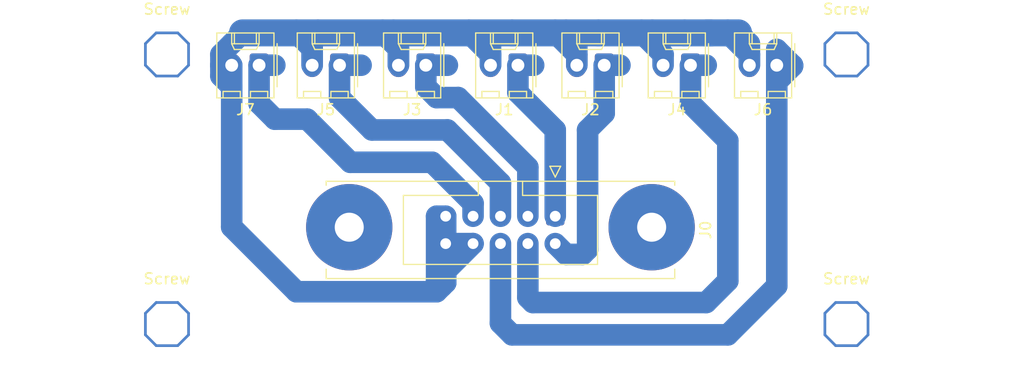
<source format=kicad_pcb>
(kicad_pcb (version 20171130) (host pcbnew 5.1.9)

  (general
    (thickness 1.6)
    (drawings 6)
    (tracks 156)
    (zones 0)
    (modules 12)
    (nets 9)
  )

  (page A4)
  (layers
    (0 F.Cu signal)
    (31 B.Cu signal)
    (32 B.Adhes user)
    (33 F.Adhes user)
    (34 B.Paste user)
    (35 F.Paste user)
    (36 B.SilkS user)
    (37 F.SilkS user)
    (38 B.Mask user)
    (39 F.Mask user)
    (40 Dwgs.User user)
    (41 Cmts.User user)
    (42 Eco1.User user)
    (43 Eco2.User user)
    (44 Edge.Cuts user)
    (45 Margin user)
    (46 B.CrtYd user)
    (47 F.CrtYd user)
    (48 B.Fab user)
    (49 F.Fab user)
  )

  (setup
    (last_trace_width 0.25)
    (user_trace_width 1.5)
    (user_trace_width 2)
    (user_trace_width 2.5)
    (trace_clearance 0.2)
    (zone_clearance 0.508)
    (zone_45_only no)
    (trace_min 0.2)
    (via_size 0.8)
    (via_drill 0.4)
    (via_min_size 0.4)
    (via_min_drill 0.3)
    (uvia_size 0.3)
    (uvia_drill 0.1)
    (uvias_allowed no)
    (uvia_min_size 0.2)
    (uvia_min_drill 0.1)
    (edge_width 0.05)
    (segment_width 0.2)
    (pcb_text_width 0.3)
    (pcb_text_size 1.5 1.5)
    (mod_edge_width 0.12)
    (mod_text_size 1 1)
    (mod_text_width 0.15)
    (pad_size 1.524 1.524)
    (pad_drill 0.762)
    (pad_to_mask_clearance 0)
    (aux_axis_origin 0 0)
    (visible_elements FFFFFF7F)
    (pcbplotparams
      (layerselection 0x00840_fffffffe)
      (usegerberextensions false)
      (usegerberattributes true)
      (usegerberadvancedattributes true)
      (creategerberjobfile true)
      (excludeedgelayer true)
      (linewidth 0.100000)
      (plotframeref false)
      (viasonmask false)
      (mode 1)
      (useauxorigin false)
      (hpglpennumber 1)
      (hpglpenspeed 20)
      (hpglpendiameter 15.000000)
      (psnegative false)
      (psa4output false)
      (plotreference true)
      (plotvalue true)
      (plotinvisibletext false)
      (padsonsilk false)
      (subtractmaskfromsilk false)
      (outputformat 1)
      (mirror false)
      (drillshape 0)
      (scaleselection 1)
      (outputdirectory "Gerber/"))
  )

  (net 0 "")
  (net 1 /SEG_D)
  (net 2 /SEG_C)
  (net 3 /SEG_E)
  (net 4 /SEG_B)
  (net 5 /SEG_F)
  (net 6 /SEG_A)
  (net 7 /SEG_G)
  (net 8 /+12V)

  (net_class Default "This is the default net class."
    (clearance 0.2)
    (trace_width 0.25)
    (via_dia 0.8)
    (via_drill 0.4)
    (uvia_dia 0.3)
    (uvia_drill 0.1)
    (add_net /+12V)
    (add_net /SEG_A)
    (add_net /SEG_B)
    (add_net /SEG_C)
    (add_net /SEG_D)
    (add_net /SEG_E)
    (add_net /SEG_F)
    (add_net /SEG_G)
  )

  (module MountingHole:MountingHole_3.2mm_M3 (layer F.Cu) (tedit 56D1B4CB) (tstamp 60C255E7)
    (at 190 86)
    (descr "Mounting Hole 3.2mm, no annular, M3")
    (tags "mounting hole 3.2mm no annular m3")
    (attr virtual)
    (fp_text reference Screw (at 0 -4.2) (layer F.SilkS)
      (effects (font (size 1 1) (thickness 0.15)))
    )
    (fp_text value MountingHole_3.2mm_M3 (at 2 5) (layer F.Fab)
      (effects (font (size 1 1) (thickness 0.15)))
    )
    (fp_circle (center 0 0) (end 3.2 0) (layer Cmts.User) (width 0.15))
    (fp_circle (center 0 0) (end 3.45 0) (layer F.CrtYd) (width 0.05))
    (fp_text user %R (at 0.3 0) (layer F.Fab)
      (effects (font (size 1 1) (thickness 0.15)))
    )
    (pad 1 np_thru_hole circle (at 0 0) (size 3.2 3.2) (drill 3.2) (layers *.Cu *.Mask))
  )

  (module MountingHole:MountingHole_3.2mm_M3 (layer F.Cu) (tedit 56D1B4CB) (tstamp 60C25589)
    (at 190 61)
    (descr "Mounting Hole 3.2mm, no annular, M3")
    (tags "mounting hole 3.2mm no annular m3")
    (attr virtual)
    (fp_text reference Screw (at 0 -4.2) (layer F.SilkS)
      (effects (font (size 1 1) (thickness 0.15)))
    )
    (fp_text value MountingHole_3.2mm_M3 (at 7 4.2) (layer F.Fab)
      (effects (font (size 1 1) (thickness 0.15)))
    )
    (fp_circle (center 0 0) (end 3.2 0) (layer Cmts.User) (width 0.15))
    (fp_circle (center 0 0) (end 3.45 0) (layer F.CrtYd) (width 0.05))
    (fp_text user %R (at 0.3 0) (layer F.Fab)
      (effects (font (size 1 1) (thickness 0.15)))
    )
    (pad 1 np_thru_hole circle (at 0 0) (size 3.2 3.2) (drill 3.2) (layers *.Cu *.Mask))
  )

  (module MountingHole:MountingHole_3.2mm_M3 (layer F.Cu) (tedit 56D1B4CB) (tstamp 60C2561B)
    (at 127 86)
    (descr "Mounting Hole 3.2mm, no annular, M3")
    (tags "mounting hole 3.2mm no annular m3")
    (attr virtual)
    (fp_text reference Screw (at 0 -4.2) (layer F.SilkS)
      (effects (font (size 1 1) (thickness 0.15)))
    )
    (fp_text value MountingHole_3.2mm_M3 (at 2 5) (layer F.Fab)
      (effects (font (size 1 1) (thickness 0.15)))
    )
    (fp_circle (center 0 0) (end 3.2 0) (layer Cmts.User) (width 0.15))
    (fp_circle (center 0 0) (end 3.45 0) (layer F.CrtYd) (width 0.05))
    (fp_text user %R (at 0.3 0) (layer F.Fab)
      (effects (font (size 1 1) (thickness 0.15)))
    )
    (pad 1 np_thru_hole circle (at 0 0) (size 3.2 3.2) (drill 3.2) (layers *.Cu *.Mask))
  )

  (module MountingHole:MountingHole_3.2mm_M3 (layer F.Cu) (tedit 56D1B4CB) (tstamp 60C25565)
    (at 127 61)
    (descr "Mounting Hole 3.2mm, no annular, M3")
    (tags "mounting hole 3.2mm no annular m3")
    (attr virtual)
    (fp_text reference Screw (at 0 -4.2) (layer F.SilkS)
      (effects (font (size 1 1) (thickness 0.15)))
    )
    (fp_text value MountingHole_3.2mm_M3 (at -6 4.2) (layer F.Fab)
      (effects (font (size 1 1) (thickness 0.15)))
    )
    (fp_circle (center 0 0) (end 3.2 0) (layer Cmts.User) (width 0.15))
    (fp_circle (center 0 0) (end 3.45 0) (layer F.CrtYd) (width 0.05))
    (fp_text user %R (at 0.3 0) (layer F.Fab)
      (effects (font (size 1 1) (thickness 0.15)))
    )
    (pad 1 np_thru_hole circle (at 0 0) (size 3.2 3.2) (drill 3.2) (layers *.Cu *.Mask))
  )

  (module Connector_IDC:IDC-Header_2x05-1MP_P2.54mm_Latch_Vertical (layer F.Cu) (tedit 5EAC9A05) (tstamp 5FB7AC14)
    (at 163 76 270)
    (descr "Through hole IDC header, 2x05, 2.54mm pitch, DIN 41651 / IEC 60603-13, double rows latches, mounting holes, https://docs.google.com/spreadsheets/d/16SsEcesNF15N3Lb4niX7dcUr-NY5_MFPQhobNuNppn4/edit#gid=0")
    (tags "Through hole vertical IDC header THT 2x05 2.54mm double row")
    (path /5FC01017)
    (fp_text reference J0 (at 1.27 -13.94 90) (layer F.SilkS)
      (effects (font (size 1 1) (thickness 0.15)))
    )
    (fp_text value 7SEG_12V (at 1.27 24.1 90) (layer F.Fab)
      (effects (font (size 1 1) (thickness 0.15)))
    )
    (fp_line (start -3.13 -9.97) (end -2.13 -10.97) (layer F.Fab) (width 0.1))
    (fp_line (start -2.13 -10.97) (end 5.67 -10.97) (layer F.Fab) (width 0.1))
    (fp_line (start 5.67 -10.97) (end 5.67 21.13) (layer F.Fab) (width 0.1))
    (fp_line (start 5.67 21.13) (end -3.13 21.13) (layer F.Fab) (width 0.1))
    (fp_line (start -3.13 21.13) (end -3.13 -9.97) (layer F.Fab) (width 0.1))
    (fp_line (start -3.13 3.03) (end -1.93 3.03) (layer F.Fab) (width 0.1))
    (fp_line (start -1.93 3.03) (end -1.93 -3.92) (layer F.Fab) (width 0.1))
    (fp_line (start -1.93 -3.92) (end 4.47 -3.92) (layer F.Fab) (width 0.1))
    (fp_line (start 4.47 -3.92) (end 4.47 14.08) (layer F.Fab) (width 0.1))
    (fp_line (start 4.47 14.08) (end -1.93 14.08) (layer F.Fab) (width 0.1))
    (fp_line (start -1.93 14.08) (end -1.93 7.13) (layer F.Fab) (width 0.1))
    (fp_line (start -1.93 7.13) (end -1.93 7.13) (layer F.Fab) (width 0.1))
    (fp_line (start -1.93 7.13) (end -3.13 7.13) (layer F.Fab) (width 0.1))
    (fp_line (start 4.91 -11.08) (end 5.78 -11.08) (layer F.SilkS) (width 0.12))
    (fp_line (start 5.78 -11.08) (end 5.78 21.24) (layer F.SilkS) (width 0.12))
    (fp_line (start 5.78 21.24) (end 4.91 21.24) (layer F.SilkS) (width 0.12))
    (fp_line (start -2.87 -11.08) (end -3.24 -11.08) (layer F.SilkS) (width 0.12))
    (fp_line (start -3.24 -11.08) (end -3.24 21.24) (layer F.SilkS) (width 0.12))
    (fp_line (start -3.24 21.24) (end -2.87 21.24) (layer F.SilkS) (width 0.12))
    (fp_line (start -3.24 3.03) (end -1.93 3.03) (layer F.SilkS) (width 0.12))
    (fp_line (start -1.93 3.03) (end -1.93 -3.92) (layer F.SilkS) (width 0.12))
    (fp_line (start -1.93 -3.92) (end 4.47 -3.92) (layer F.SilkS) (width 0.12))
    (fp_line (start 4.47 -3.92) (end 4.47 14.08) (layer F.SilkS) (width 0.12))
    (fp_line (start 4.47 14.08) (end -1.93 14.08) (layer F.SilkS) (width 0.12))
    (fp_line (start -1.93 14.08) (end -1.93 7.13) (layer F.SilkS) (width 0.12))
    (fp_line (start -1.93 7.13) (end -1.93 7.13) (layer F.SilkS) (width 0.12))
    (fp_line (start -1.93 7.13) (end -3.24 7.13) (layer F.SilkS) (width 0.12))
    (fp_line (start -3.63 0) (end -4.63 -0.5) (layer F.SilkS) (width 0.12))
    (fp_line (start -4.63 -0.5) (end -4.63 0.5) (layer F.SilkS) (width 0.12))
    (fp_line (start -4.63 0.5) (end -3.63 0) (layer F.SilkS) (width 0.12))
    (fp_line (start -3.63 -13.44) (end -3.63 23.6) (layer F.CrtYd) (width 0.05))
    (fp_line (start -3.63 23.6) (end 6.17 23.6) (layer F.CrtYd) (width 0.05))
    (fp_line (start 6.17 23.6) (end 6.17 -13.44) (layer F.CrtYd) (width 0.05))
    (fp_line (start 6.17 -13.44) (end -3.63 -13.44) (layer F.CrtYd) (width 0.05))
    (fp_text user %R (at 1.27 5.08) (layer F.Fab)
      (effects (font (size 1 1) (thickness 0.15)))
    )
    (pad MP thru_hole circle (at 1.02 19.1 270) (size 8 8) (drill 2.69) (layers *.Cu *.Mask))
    (pad MP thru_hole circle (at 1.02 -8.94 270) (size 8 8) (drill 2.69) (layers *.Cu *.Mask))
    (pad 10 thru_hole circle (at 2.54 10.16 270) (size 1.7 1.7) (drill 1) (layers *.Cu *.Mask)
      (net 8 /+12V))
    (pad 8 thru_hole circle (at 2.54 7.62 270) (size 1.7 1.7) (drill 1) (layers *.Cu *.Mask)
      (net 8 /+12V))
    (pad 6 thru_hole circle (at 2.54 5.08 270) (size 1.7 1.7) (drill 1) (layers *.Cu *.Mask)
      (net 6 /SEG_A))
    (pad 4 thru_hole circle (at 2.54 2.54 270) (size 1.7 1.7) (drill 1) (layers *.Cu *.Mask)
      (net 4 /SEG_B))
    (pad 2 thru_hole circle (at 2.54 0 270) (size 1.7 1.7) (drill 1) (layers *.Cu *.Mask)
      (net 2 /SEG_C))
    (pad 9 thru_hole circle (at 0 10.16 270) (size 1.7 1.7) (drill 1) (layers *.Cu *.Mask)
      (net 8 /+12V))
    (pad 7 thru_hole circle (at 0 7.62 270) (size 1.7 1.7) (drill 1) (layers *.Cu *.Mask)
      (net 7 /SEG_G))
    (pad 5 thru_hole circle (at 0 5.08 270) (size 1.7 1.7) (drill 1) (layers *.Cu *.Mask)
      (net 5 /SEG_F))
    (pad 3 thru_hole circle (at 0 2.54 270) (size 1.7 1.7) (drill 1) (layers *.Cu *.Mask)
      (net 3 /SEG_E))
    (pad 1 thru_hole roundrect (at 0 0 270) (size 1.7 1.7) (drill 1) (layers *.Cu *.Mask) (roundrect_rratio 0.1470588235294118)
      (net 1 /SEG_D))
    (model ${KISYS3DMOD}/Connector_IDC.3dshapes/IDC-Header_2x05-1MP_P2.54mm_Latch_Vertical.wrl
      (at (xyz 0 0 0))
      (scale (xyz 1 1 1))
      (rotate (xyz 0 0 0))
    )
  )

  (module Connector_Molex:Molex_KK-254_AE-6410-02A_1x02_P2.54mm_Vertical (layer F.Cu) (tedit 5EA53D3B) (tstamp 60C246D7)
    (at 135.54 62 180)
    (descr "Molex KK-254 Interconnect System, old/engineering part number: AE-6410-02A example for new part number: 22-27-2021, 2 Pins (http://www.molex.com/pdm_docs/sd/022272021_sd.pdf), generated with kicad-footprint-generator")
    (tags "connector Molex KK-254 vertical")
    (path /5FB972F8)
    (fp_text reference J7 (at 1.27 -4.12) (layer F.SilkS)
      (effects (font (size 1 1) (thickness 0.15)))
    )
    (fp_text value Conn_G (at 1.27 4.08) (layer F.Fab)
      (effects (font (size 1 1) (thickness 0.15)))
    )
    (fp_line (start -1.27 -2.92) (end -1.27 2.88) (layer F.Fab) (width 0.1))
    (fp_line (start -1.27 2.88) (end 3.81 2.88) (layer F.Fab) (width 0.1))
    (fp_line (start 3.81 2.88) (end 3.81 -2.92) (layer F.Fab) (width 0.1))
    (fp_line (start 3.81 -2.92) (end -1.27 -2.92) (layer F.Fab) (width 0.1))
    (fp_line (start -1.38 -3.03) (end -1.38 2.99) (layer F.SilkS) (width 0.12))
    (fp_line (start -1.38 2.99) (end 3.92 2.99) (layer F.SilkS) (width 0.12))
    (fp_line (start 3.92 2.99) (end 3.92 -3.03) (layer F.SilkS) (width 0.12))
    (fp_line (start 3.92 -3.03) (end -1.38 -3.03) (layer F.SilkS) (width 0.12))
    (fp_line (start -1.67 -2) (end -1.67 2) (layer F.SilkS) (width 0.12))
    (fp_line (start -1.27 -0.5) (end -0.562893 0) (layer F.Fab) (width 0.1))
    (fp_line (start -0.562893 0) (end -1.27 0.5) (layer F.Fab) (width 0.1))
    (fp_line (start 0 2.99) (end 0 1.99) (layer F.SilkS) (width 0.12))
    (fp_line (start 0 1.99) (end 2.54 1.99) (layer F.SilkS) (width 0.12))
    (fp_line (start 2.54 1.99) (end 2.54 2.99) (layer F.SilkS) (width 0.12))
    (fp_line (start 0 1.99) (end 0.25 1.46) (layer F.SilkS) (width 0.12))
    (fp_line (start 0.25 1.46) (end 2.29 1.46) (layer F.SilkS) (width 0.12))
    (fp_line (start 2.29 1.46) (end 2.54 1.99) (layer F.SilkS) (width 0.12))
    (fp_line (start 0.25 2.99) (end 0.25 1.99) (layer F.SilkS) (width 0.12))
    (fp_line (start 2.29 2.99) (end 2.29 1.99) (layer F.SilkS) (width 0.12))
    (fp_line (start -0.8 -3.03) (end -0.8 -2.43) (layer F.SilkS) (width 0.12))
    (fp_line (start -0.8 -2.43) (end 0.8 -2.43) (layer F.SilkS) (width 0.12))
    (fp_line (start 0.8 -2.43) (end 0.8 -3.03) (layer F.SilkS) (width 0.12))
    (fp_line (start 1.74 -3.03) (end 1.74 -2.43) (layer F.SilkS) (width 0.12))
    (fp_line (start 1.74 -2.43) (end 3.34 -2.43) (layer F.SilkS) (width 0.12))
    (fp_line (start 3.34 -2.43) (end 3.34 -3.03) (layer F.SilkS) (width 0.12))
    (fp_line (start -1.77 -3.42) (end -1.77 3.38) (layer F.CrtYd) (width 0.05))
    (fp_line (start -1.77 3.38) (end 4.31 3.38) (layer F.CrtYd) (width 0.05))
    (fp_line (start 4.31 3.38) (end 4.31 -3.42) (layer F.CrtYd) (width 0.05))
    (fp_line (start 4.31 -3.42) (end -1.77 -3.42) (layer F.CrtYd) (width 0.05))
    (fp_text user %R (at 1.27 -2.22) (layer F.Fab)
      (effects (font (size 1 1) (thickness 0.15)))
    )
    (pad 2 thru_hole oval (at 2.54 0 180) (size 1.74 2.19) (drill 1.19) (layers *.Cu *.Mask)
      (net 8 /+12V))
    (pad 1 thru_hole roundrect (at 0 0 180) (size 1.74 2.19) (drill 1.19) (layers *.Cu *.Mask) (roundrect_rratio 0.1436775862068966)
      (net 7 /SEG_G))
    (model ${KISYS3DMOD}/Connector_Molex.3dshapes/Molex_KK-254_AE-6410-02A_1x02_P2.54mm_Vertical.wrl
      (at (xyz 0 0 0))
      (scale (xyz 1 1 1))
      (rotate (xyz 0 0 0))
    )
  )

  (module Connector_Molex:Molex_KK-254_AE-6410-02A_1x02_P2.54mm_Vertical (layer F.Cu) (tedit 5EA53D3B) (tstamp 60C24533)
    (at 183.54 62 180)
    (descr "Molex KK-254 Interconnect System, old/engineering part number: AE-6410-02A example for new part number: 22-27-2021, 2 Pins (http://www.molex.com/pdm_docs/sd/022272021_sd.pdf), generated with kicad-footprint-generator")
    (tags "connector Molex KK-254 vertical")
    (path /5FB9655A)
    (fp_text reference J6 (at 1.27 -4.12) (layer F.SilkS)
      (effects (font (size 1 1) (thickness 0.15)))
    )
    (fp_text value Conn_A (at 1.27 4.08) (layer F.Fab)
      (effects (font (size 1 1) (thickness 0.15)))
    )
    (fp_line (start -1.27 -2.92) (end -1.27 2.88) (layer F.Fab) (width 0.1))
    (fp_line (start -1.27 2.88) (end 3.81 2.88) (layer F.Fab) (width 0.1))
    (fp_line (start 3.81 2.88) (end 3.81 -2.92) (layer F.Fab) (width 0.1))
    (fp_line (start 3.81 -2.92) (end -1.27 -2.92) (layer F.Fab) (width 0.1))
    (fp_line (start -1.38 -3.03) (end -1.38 2.99) (layer F.SilkS) (width 0.12))
    (fp_line (start -1.38 2.99) (end 3.92 2.99) (layer F.SilkS) (width 0.12))
    (fp_line (start 3.92 2.99) (end 3.92 -3.03) (layer F.SilkS) (width 0.12))
    (fp_line (start 3.92 -3.03) (end -1.38 -3.03) (layer F.SilkS) (width 0.12))
    (fp_line (start -1.67 -2) (end -1.67 2) (layer F.SilkS) (width 0.12))
    (fp_line (start -1.27 -0.5) (end -0.562893 0) (layer F.Fab) (width 0.1))
    (fp_line (start -0.562893 0) (end -1.27 0.5) (layer F.Fab) (width 0.1))
    (fp_line (start 0 2.99) (end 0 1.99) (layer F.SilkS) (width 0.12))
    (fp_line (start 0 1.99) (end 2.54 1.99) (layer F.SilkS) (width 0.12))
    (fp_line (start 2.54 1.99) (end 2.54 2.99) (layer F.SilkS) (width 0.12))
    (fp_line (start 0 1.99) (end 0.25 1.46) (layer F.SilkS) (width 0.12))
    (fp_line (start 0.25 1.46) (end 2.29 1.46) (layer F.SilkS) (width 0.12))
    (fp_line (start 2.29 1.46) (end 2.54 1.99) (layer F.SilkS) (width 0.12))
    (fp_line (start 0.25 2.99) (end 0.25 1.99) (layer F.SilkS) (width 0.12))
    (fp_line (start 2.29 2.99) (end 2.29 1.99) (layer F.SilkS) (width 0.12))
    (fp_line (start -0.8 -3.03) (end -0.8 -2.43) (layer F.SilkS) (width 0.12))
    (fp_line (start -0.8 -2.43) (end 0.8 -2.43) (layer F.SilkS) (width 0.12))
    (fp_line (start 0.8 -2.43) (end 0.8 -3.03) (layer F.SilkS) (width 0.12))
    (fp_line (start 1.74 -3.03) (end 1.74 -2.43) (layer F.SilkS) (width 0.12))
    (fp_line (start 1.74 -2.43) (end 3.34 -2.43) (layer F.SilkS) (width 0.12))
    (fp_line (start 3.34 -2.43) (end 3.34 -3.03) (layer F.SilkS) (width 0.12))
    (fp_line (start -1.77 -3.42) (end -1.77 3.38) (layer F.CrtYd) (width 0.05))
    (fp_line (start -1.77 3.38) (end 4.31 3.38) (layer F.CrtYd) (width 0.05))
    (fp_line (start 4.31 3.38) (end 4.31 -3.42) (layer F.CrtYd) (width 0.05))
    (fp_line (start 4.31 -3.42) (end -1.77 -3.42) (layer F.CrtYd) (width 0.05))
    (fp_text user %R (at 1.27 -2.22) (layer F.Fab)
      (effects (font (size 1 1) (thickness 0.15)))
    )
    (pad 2 thru_hole oval (at 2.54 0 180) (size 1.74 2.19) (drill 1.19) (layers *.Cu *.Mask)
      (net 8 /+12V))
    (pad 1 thru_hole roundrect (at 0 0 180) (size 1.74 2.19) (drill 1.19) (layers *.Cu *.Mask) (roundrect_rratio 0.1436775862068966)
      (net 6 /SEG_A))
    (model ${KISYS3DMOD}/Connector_Molex.3dshapes/Molex_KK-254_AE-6410-02A_1x02_P2.54mm_Vertical.wrl
      (at (xyz 0 0 0))
      (scale (xyz 1 1 1))
      (rotate (xyz 0 0 0))
    )
  )

  (module Connector_Molex:Molex_KK-254_AE-6410-02A_1x02_P2.54mm_Vertical (layer F.Cu) (tedit 5EA53D3B) (tstamp 60C244C7)
    (at 143 62 180)
    (descr "Molex KK-254 Interconnect System, old/engineering part number: AE-6410-02A example for new part number: 22-27-2021, 2 Pins (http://www.molex.com/pdm_docs/sd/022272021_sd.pdf), generated with kicad-footprint-generator")
    (tags "connector Molex KK-254 vertical")
    (path /5FB95496)
    (fp_text reference J5 (at 1.27 -4.12) (layer F.SilkS)
      (effects (font (size 1 1) (thickness 0.15)))
    )
    (fp_text value Conn_F (at 1.27 4.08) (layer F.Fab)
      (effects (font (size 1 1) (thickness 0.15)))
    )
    (fp_line (start -1.27 -2.92) (end -1.27 2.88) (layer F.Fab) (width 0.1))
    (fp_line (start -1.27 2.88) (end 3.81 2.88) (layer F.Fab) (width 0.1))
    (fp_line (start 3.81 2.88) (end 3.81 -2.92) (layer F.Fab) (width 0.1))
    (fp_line (start 3.81 -2.92) (end -1.27 -2.92) (layer F.Fab) (width 0.1))
    (fp_line (start -1.38 -3.03) (end -1.38 2.99) (layer F.SilkS) (width 0.12))
    (fp_line (start -1.38 2.99) (end 3.92 2.99) (layer F.SilkS) (width 0.12))
    (fp_line (start 3.92 2.99) (end 3.92 -3.03) (layer F.SilkS) (width 0.12))
    (fp_line (start 3.92 -3.03) (end -1.38 -3.03) (layer F.SilkS) (width 0.12))
    (fp_line (start -1.67 -2) (end -1.67 2) (layer F.SilkS) (width 0.12))
    (fp_line (start -1.27 -0.5) (end -0.562893 0) (layer F.Fab) (width 0.1))
    (fp_line (start -0.562893 0) (end -1.27 0.5) (layer F.Fab) (width 0.1))
    (fp_line (start 0 2.99) (end 0 1.99) (layer F.SilkS) (width 0.12))
    (fp_line (start 0 1.99) (end 2.54 1.99) (layer F.SilkS) (width 0.12))
    (fp_line (start 2.54 1.99) (end 2.54 2.99) (layer F.SilkS) (width 0.12))
    (fp_line (start 0 1.99) (end 0.25 1.46) (layer F.SilkS) (width 0.12))
    (fp_line (start 0.25 1.46) (end 2.29 1.46) (layer F.SilkS) (width 0.12))
    (fp_line (start 2.29 1.46) (end 2.54 1.99) (layer F.SilkS) (width 0.12))
    (fp_line (start 0.25 2.99) (end 0.25 1.99) (layer F.SilkS) (width 0.12))
    (fp_line (start 2.29 2.99) (end 2.29 1.99) (layer F.SilkS) (width 0.12))
    (fp_line (start -0.8 -3.03) (end -0.8 -2.43) (layer F.SilkS) (width 0.12))
    (fp_line (start -0.8 -2.43) (end 0.8 -2.43) (layer F.SilkS) (width 0.12))
    (fp_line (start 0.8 -2.43) (end 0.8 -3.03) (layer F.SilkS) (width 0.12))
    (fp_line (start 1.74 -3.03) (end 1.74 -2.43) (layer F.SilkS) (width 0.12))
    (fp_line (start 1.74 -2.43) (end 3.34 -2.43) (layer F.SilkS) (width 0.12))
    (fp_line (start 3.34 -2.43) (end 3.34 -3.03) (layer F.SilkS) (width 0.12))
    (fp_line (start -1.77 -3.42) (end -1.77 3.38) (layer F.CrtYd) (width 0.05))
    (fp_line (start -1.77 3.38) (end 4.31 3.38) (layer F.CrtYd) (width 0.05))
    (fp_line (start 4.31 3.38) (end 4.31 -3.42) (layer F.CrtYd) (width 0.05))
    (fp_line (start 4.31 -3.42) (end -1.77 -3.42) (layer F.CrtYd) (width 0.05))
    (fp_text user %R (at 1.27 -2.22) (layer F.Fab)
      (effects (font (size 1 1) (thickness 0.15)))
    )
    (pad 2 thru_hole oval (at 2.54 0 180) (size 1.74 2.19) (drill 1.19) (layers *.Cu *.Mask)
      (net 8 /+12V))
    (pad 1 thru_hole roundrect (at 0 0 180) (size 1.74 2.19) (drill 1.19) (layers *.Cu *.Mask) (roundrect_rratio 0.1436775862068966)
      (net 5 /SEG_F))
    (model ${KISYS3DMOD}/Connector_Molex.3dshapes/Molex_KK-254_AE-6410-02A_1x02_P2.54mm_Vertical.wrl
      (at (xyz 0 0 0))
      (scale (xyz 1 1 1))
      (rotate (xyz 0 0 0))
    )
  )

  (module Connector_Molex:Molex_KK-254_AE-6410-02A_1x02_P2.54mm_Vertical (layer F.Cu) (tedit 5EA53D3B) (tstamp 60C2459C)
    (at 175.54 62 180)
    (descr "Molex KK-254 Interconnect System, old/engineering part number: AE-6410-02A example for new part number: 22-27-2021, 2 Pins (http://www.molex.com/pdm_docs/sd/022272021_sd.pdf), generated with kicad-footprint-generator")
    (tags "connector Molex KK-254 vertical")
    (path /5FB9468F)
    (fp_text reference J4 (at 1.27 -4.12) (layer F.SilkS)
      (effects (font (size 1 1) (thickness 0.15)))
    )
    (fp_text value Conn_B (at 1.27 4.08) (layer F.Fab)
      (effects (font (size 1 1) (thickness 0.15)))
    )
    (fp_line (start -1.27 -2.92) (end -1.27 2.88) (layer F.Fab) (width 0.1))
    (fp_line (start -1.27 2.88) (end 3.81 2.88) (layer F.Fab) (width 0.1))
    (fp_line (start 3.81 2.88) (end 3.81 -2.92) (layer F.Fab) (width 0.1))
    (fp_line (start 3.81 -2.92) (end -1.27 -2.92) (layer F.Fab) (width 0.1))
    (fp_line (start -1.38 -3.03) (end -1.38 2.99) (layer F.SilkS) (width 0.12))
    (fp_line (start -1.38 2.99) (end 3.92 2.99) (layer F.SilkS) (width 0.12))
    (fp_line (start 3.92 2.99) (end 3.92 -3.03) (layer F.SilkS) (width 0.12))
    (fp_line (start 3.92 -3.03) (end -1.38 -3.03) (layer F.SilkS) (width 0.12))
    (fp_line (start -1.67 -2) (end -1.67 2) (layer F.SilkS) (width 0.12))
    (fp_line (start -1.27 -0.5) (end -0.562893 0) (layer F.Fab) (width 0.1))
    (fp_line (start -0.562893 0) (end -1.27 0.5) (layer F.Fab) (width 0.1))
    (fp_line (start 0 2.99) (end 0 1.99) (layer F.SilkS) (width 0.12))
    (fp_line (start 0 1.99) (end 2.54 1.99) (layer F.SilkS) (width 0.12))
    (fp_line (start 2.54 1.99) (end 2.54 2.99) (layer F.SilkS) (width 0.12))
    (fp_line (start 0 1.99) (end 0.25 1.46) (layer F.SilkS) (width 0.12))
    (fp_line (start 0.25 1.46) (end 2.29 1.46) (layer F.SilkS) (width 0.12))
    (fp_line (start 2.29 1.46) (end 2.54 1.99) (layer F.SilkS) (width 0.12))
    (fp_line (start 0.25 2.99) (end 0.25 1.99) (layer F.SilkS) (width 0.12))
    (fp_line (start 2.29 2.99) (end 2.29 1.99) (layer F.SilkS) (width 0.12))
    (fp_line (start -0.8 -3.03) (end -0.8 -2.43) (layer F.SilkS) (width 0.12))
    (fp_line (start -0.8 -2.43) (end 0.8 -2.43) (layer F.SilkS) (width 0.12))
    (fp_line (start 0.8 -2.43) (end 0.8 -3.03) (layer F.SilkS) (width 0.12))
    (fp_line (start 1.74 -3.03) (end 1.74 -2.43) (layer F.SilkS) (width 0.12))
    (fp_line (start 1.74 -2.43) (end 3.34 -2.43) (layer F.SilkS) (width 0.12))
    (fp_line (start 3.34 -2.43) (end 3.34 -3.03) (layer F.SilkS) (width 0.12))
    (fp_line (start -1.77 -3.42) (end -1.77 3.38) (layer F.CrtYd) (width 0.05))
    (fp_line (start -1.77 3.38) (end 4.31 3.38) (layer F.CrtYd) (width 0.05))
    (fp_line (start 4.31 3.38) (end 4.31 -3.42) (layer F.CrtYd) (width 0.05))
    (fp_line (start 4.31 -3.42) (end -1.77 -3.42) (layer F.CrtYd) (width 0.05))
    (fp_text user %R (at 1.27 -2.22) (layer F.Fab)
      (effects (font (size 1 1) (thickness 0.15)))
    )
    (pad 2 thru_hole oval (at 2.54 0 180) (size 1.74 2.19) (drill 1.19) (layers *.Cu *.Mask)
      (net 8 /+12V))
    (pad 1 thru_hole roundrect (at 0 0 180) (size 1.74 2.19) (drill 1.19) (layers *.Cu *.Mask) (roundrect_rratio 0.1436775862068966)
      (net 4 /SEG_B))
    (model ${KISYS3DMOD}/Connector_Molex.3dshapes/Molex_KK-254_AE-6410-02A_1x02_P2.54mm_Vertical.wrl
      (at (xyz 0 0 0))
      (scale (xyz 1 1 1))
      (rotate (xyz 0 0 0))
    )
  )

  (module Connector_Molex:Molex_KK-254_AE-6410-02A_1x02_P2.54mm_Vertical (layer F.Cu) (tedit 5EA53D3B) (tstamp 60C2445B)
    (at 151 62 180)
    (descr "Molex KK-254 Interconnect System, old/engineering part number: AE-6410-02A example for new part number: 22-27-2021, 2 Pins (http://www.molex.com/pdm_docs/sd/022272021_sd.pdf), generated with kicad-footprint-generator")
    (tags "connector Molex KK-254 vertical")
    (path /5FB917C5)
    (fp_text reference J3 (at 1.27 -4.12) (layer F.SilkS)
      (effects (font (size 1 1) (thickness 0.15)))
    )
    (fp_text value Conn_E (at 1.27 4.08) (layer F.Fab)
      (effects (font (size 1 1) (thickness 0.15)))
    )
    (fp_line (start -1.27 -2.92) (end -1.27 2.88) (layer F.Fab) (width 0.1))
    (fp_line (start -1.27 2.88) (end 3.81 2.88) (layer F.Fab) (width 0.1))
    (fp_line (start 3.81 2.88) (end 3.81 -2.92) (layer F.Fab) (width 0.1))
    (fp_line (start 3.81 -2.92) (end -1.27 -2.92) (layer F.Fab) (width 0.1))
    (fp_line (start -1.38 -3.03) (end -1.38 2.99) (layer F.SilkS) (width 0.12))
    (fp_line (start -1.38 2.99) (end 3.92 2.99) (layer F.SilkS) (width 0.12))
    (fp_line (start 3.92 2.99) (end 3.92 -3.03) (layer F.SilkS) (width 0.12))
    (fp_line (start 3.92 -3.03) (end -1.38 -3.03) (layer F.SilkS) (width 0.12))
    (fp_line (start -1.67 -2) (end -1.67 2) (layer F.SilkS) (width 0.12))
    (fp_line (start -1.27 -0.5) (end -0.562893 0) (layer F.Fab) (width 0.1))
    (fp_line (start -0.562893 0) (end -1.27 0.5) (layer F.Fab) (width 0.1))
    (fp_line (start 0 2.99) (end 0 1.99) (layer F.SilkS) (width 0.12))
    (fp_line (start 0 1.99) (end 2.54 1.99) (layer F.SilkS) (width 0.12))
    (fp_line (start 2.54 1.99) (end 2.54 2.99) (layer F.SilkS) (width 0.12))
    (fp_line (start 0 1.99) (end 0.25 1.46) (layer F.SilkS) (width 0.12))
    (fp_line (start 0.25 1.46) (end 2.29 1.46) (layer F.SilkS) (width 0.12))
    (fp_line (start 2.29 1.46) (end 2.54 1.99) (layer F.SilkS) (width 0.12))
    (fp_line (start 0.25 2.99) (end 0.25 1.99) (layer F.SilkS) (width 0.12))
    (fp_line (start 2.29 2.99) (end 2.29 1.99) (layer F.SilkS) (width 0.12))
    (fp_line (start -0.8 -3.03) (end -0.8 -2.43) (layer F.SilkS) (width 0.12))
    (fp_line (start -0.8 -2.43) (end 0.8 -2.43) (layer F.SilkS) (width 0.12))
    (fp_line (start 0.8 -2.43) (end 0.8 -3.03) (layer F.SilkS) (width 0.12))
    (fp_line (start 1.74 -3.03) (end 1.74 -2.43) (layer F.SilkS) (width 0.12))
    (fp_line (start 1.74 -2.43) (end 3.34 -2.43) (layer F.SilkS) (width 0.12))
    (fp_line (start 3.34 -2.43) (end 3.34 -3.03) (layer F.SilkS) (width 0.12))
    (fp_line (start -1.77 -3.42) (end -1.77 3.38) (layer F.CrtYd) (width 0.05))
    (fp_line (start -1.77 3.38) (end 4.31 3.38) (layer F.CrtYd) (width 0.05))
    (fp_line (start 4.31 3.38) (end 4.31 -3.42) (layer F.CrtYd) (width 0.05))
    (fp_line (start 4.31 -3.42) (end -1.77 -3.42) (layer F.CrtYd) (width 0.05))
    (fp_text user %R (at 1.27 -2.22) (layer F.Fab)
      (effects (font (size 1 1) (thickness 0.15)))
    )
    (pad 2 thru_hole oval (at 2.54 0 180) (size 1.74 2.19) (drill 1.19) (layers *.Cu *.Mask)
      (net 8 /+12V))
    (pad 1 thru_hole roundrect (at 0 0 180) (size 1.74 2.19) (drill 1.19) (layers *.Cu *.Mask) (roundrect_rratio 0.1436775862068966)
      (net 3 /SEG_E))
    (model ${KISYS3DMOD}/Connector_Molex.3dshapes/Molex_KK-254_AE-6410-02A_1x02_P2.54mm_Vertical.wrl
      (at (xyz 0 0 0))
      (scale (xyz 1 1 1))
      (rotate (xyz 0 0 0))
    )
  )

  (module Connector_Molex:Molex_KK-254_AE-6410-02A_1x02_P2.54mm_Vertical (layer F.Cu) (tedit 5EA53D3B) (tstamp 60C24605)
    (at 167.54 62 180)
    (descr "Molex KK-254 Interconnect System, old/engineering part number: AE-6410-02A example for new part number: 22-27-2021, 2 Pins (http://www.molex.com/pdm_docs/sd/022272021_sd.pdf), generated with kicad-footprint-generator")
    (tags "connector Molex KK-254 vertical")
    (path /5FB90BAE)
    (fp_text reference J2 (at 1.27 -4.12) (layer F.SilkS)
      (effects (font (size 1 1) (thickness 0.15)))
    )
    (fp_text value Conn_C (at 1.27 4.08) (layer F.Fab)
      (effects (font (size 1 1) (thickness 0.15)))
    )
    (fp_line (start -1.27 -2.92) (end -1.27 2.88) (layer F.Fab) (width 0.1))
    (fp_line (start -1.27 2.88) (end 3.81 2.88) (layer F.Fab) (width 0.1))
    (fp_line (start 3.81 2.88) (end 3.81 -2.92) (layer F.Fab) (width 0.1))
    (fp_line (start 3.81 -2.92) (end -1.27 -2.92) (layer F.Fab) (width 0.1))
    (fp_line (start -1.38 -3.03) (end -1.38 2.99) (layer F.SilkS) (width 0.12))
    (fp_line (start -1.38 2.99) (end 3.92 2.99) (layer F.SilkS) (width 0.12))
    (fp_line (start 3.92 2.99) (end 3.92 -3.03) (layer F.SilkS) (width 0.12))
    (fp_line (start 3.92 -3.03) (end -1.38 -3.03) (layer F.SilkS) (width 0.12))
    (fp_line (start -1.67 -2) (end -1.67 2) (layer F.SilkS) (width 0.12))
    (fp_line (start -1.27 -0.5) (end -0.562893 0) (layer F.Fab) (width 0.1))
    (fp_line (start -0.562893 0) (end -1.27 0.5) (layer F.Fab) (width 0.1))
    (fp_line (start 0 2.99) (end 0 1.99) (layer F.SilkS) (width 0.12))
    (fp_line (start 0 1.99) (end 2.54 1.99) (layer F.SilkS) (width 0.12))
    (fp_line (start 2.54 1.99) (end 2.54 2.99) (layer F.SilkS) (width 0.12))
    (fp_line (start 0 1.99) (end 0.25 1.46) (layer F.SilkS) (width 0.12))
    (fp_line (start 0.25 1.46) (end 2.29 1.46) (layer F.SilkS) (width 0.12))
    (fp_line (start 2.29 1.46) (end 2.54 1.99) (layer F.SilkS) (width 0.12))
    (fp_line (start 0.25 2.99) (end 0.25 1.99) (layer F.SilkS) (width 0.12))
    (fp_line (start 2.29 2.99) (end 2.29 1.99) (layer F.SilkS) (width 0.12))
    (fp_line (start -0.8 -3.03) (end -0.8 -2.43) (layer F.SilkS) (width 0.12))
    (fp_line (start -0.8 -2.43) (end 0.8 -2.43) (layer F.SilkS) (width 0.12))
    (fp_line (start 0.8 -2.43) (end 0.8 -3.03) (layer F.SilkS) (width 0.12))
    (fp_line (start 1.74 -3.03) (end 1.74 -2.43) (layer F.SilkS) (width 0.12))
    (fp_line (start 1.74 -2.43) (end 3.34 -2.43) (layer F.SilkS) (width 0.12))
    (fp_line (start 3.34 -2.43) (end 3.34 -3.03) (layer F.SilkS) (width 0.12))
    (fp_line (start -1.77 -3.42) (end -1.77 3.38) (layer F.CrtYd) (width 0.05))
    (fp_line (start -1.77 3.38) (end 4.31 3.38) (layer F.CrtYd) (width 0.05))
    (fp_line (start 4.31 3.38) (end 4.31 -3.42) (layer F.CrtYd) (width 0.05))
    (fp_line (start 4.31 -3.42) (end -1.77 -3.42) (layer F.CrtYd) (width 0.05))
    (fp_text user %R (at 1.27 -2.22) (layer F.Fab)
      (effects (font (size 1 1) (thickness 0.15)))
    )
    (pad 2 thru_hole oval (at 2.54 0 180) (size 1.74 2.19) (drill 1.19) (layers *.Cu *.Mask)
      (net 8 /+12V))
    (pad 1 thru_hole roundrect (at 0 0 180) (size 1.74 2.19) (drill 1.19) (layers *.Cu *.Mask) (roundrect_rratio 0.1436775862068966)
      (net 2 /SEG_C))
    (model ${KISYS3DMOD}/Connector_Molex.3dshapes/Molex_KK-254_AE-6410-02A_1x02_P2.54mm_Vertical.wrl
      (at (xyz 0 0 0))
      (scale (xyz 1 1 1))
      (rotate (xyz 0 0 0))
    )
  )

  (module Connector_Molex:Molex_KK-254_AE-6410-02A_1x02_P2.54mm_Vertical (layer F.Cu) (tedit 5EA53D3B) (tstamp 60C2466E)
    (at 159.54 62 180)
    (descr "Molex KK-254 Interconnect System, old/engineering part number: AE-6410-02A example for new part number: 22-27-2021, 2 Pins (http://www.molex.com/pdm_docs/sd/022272021_sd.pdf), generated with kicad-footprint-generator")
    (tags "connector Molex KK-254 vertical")
    (path /5FB8EB95)
    (fp_text reference J1 (at 1.27 -4.12) (layer F.SilkS)
      (effects (font (size 1 1) (thickness 0.15)))
    )
    (fp_text value Conn_D (at 1.27 4.08) (layer F.Fab)
      (effects (font (size 1 1) (thickness 0.15)))
    )
    (fp_line (start -1.27 -2.92) (end -1.27 2.88) (layer F.Fab) (width 0.1))
    (fp_line (start -1.27 2.88) (end 3.81 2.88) (layer F.Fab) (width 0.1))
    (fp_line (start 3.81 2.88) (end 3.81 -2.92) (layer F.Fab) (width 0.1))
    (fp_line (start 3.81 -2.92) (end -1.27 -2.92) (layer F.Fab) (width 0.1))
    (fp_line (start -1.38 -3.03) (end -1.38 2.99) (layer F.SilkS) (width 0.12))
    (fp_line (start -1.38 2.99) (end 3.92 2.99) (layer F.SilkS) (width 0.12))
    (fp_line (start 3.92 2.99) (end 3.92 -3.03) (layer F.SilkS) (width 0.12))
    (fp_line (start 3.92 -3.03) (end -1.38 -3.03) (layer F.SilkS) (width 0.12))
    (fp_line (start -1.67 -2) (end -1.67 2) (layer F.SilkS) (width 0.12))
    (fp_line (start -1.27 -0.5) (end -0.562893 0) (layer F.Fab) (width 0.1))
    (fp_line (start -0.562893 0) (end -1.27 0.5) (layer F.Fab) (width 0.1))
    (fp_line (start 0 2.99) (end 0 1.99) (layer F.SilkS) (width 0.12))
    (fp_line (start 0 1.99) (end 2.54 1.99) (layer F.SilkS) (width 0.12))
    (fp_line (start 2.54 1.99) (end 2.54 2.99) (layer F.SilkS) (width 0.12))
    (fp_line (start 0 1.99) (end 0.25 1.46) (layer F.SilkS) (width 0.12))
    (fp_line (start 0.25 1.46) (end 2.29 1.46) (layer F.SilkS) (width 0.12))
    (fp_line (start 2.29 1.46) (end 2.54 1.99) (layer F.SilkS) (width 0.12))
    (fp_line (start 0.25 2.99) (end 0.25 1.99) (layer F.SilkS) (width 0.12))
    (fp_line (start 2.29 2.99) (end 2.29 1.99) (layer F.SilkS) (width 0.12))
    (fp_line (start -0.8 -3.03) (end -0.8 -2.43) (layer F.SilkS) (width 0.12))
    (fp_line (start -0.8 -2.43) (end 0.8 -2.43) (layer F.SilkS) (width 0.12))
    (fp_line (start 0.8 -2.43) (end 0.8 -3.03) (layer F.SilkS) (width 0.12))
    (fp_line (start 1.74 -3.03) (end 1.74 -2.43) (layer F.SilkS) (width 0.12))
    (fp_line (start 1.74 -2.43) (end 3.34 -2.43) (layer F.SilkS) (width 0.12))
    (fp_line (start 3.34 -2.43) (end 3.34 -3.03) (layer F.SilkS) (width 0.12))
    (fp_line (start -1.77 -3.42) (end -1.77 3.38) (layer F.CrtYd) (width 0.05))
    (fp_line (start -1.77 3.38) (end 4.31 3.38) (layer F.CrtYd) (width 0.05))
    (fp_line (start 4.31 3.38) (end 4.31 -3.42) (layer F.CrtYd) (width 0.05))
    (fp_line (start 4.31 -3.42) (end -1.77 -3.42) (layer F.CrtYd) (width 0.05))
    (fp_text user %R (at 1.27 -2.22) (layer F.Fab)
      (effects (font (size 1 1) (thickness 0.15)))
    )
    (pad 2 thru_hole oval (at 2.54 0 180) (size 1.74 2.19) (drill 1.19) (layers *.Cu *.Mask)
      (net 8 /+12V))
    (pad 1 thru_hole roundrect (at 0 0 180) (size 1.74 2.19) (drill 1.19) (layers *.Cu *.Mask) (roundrect_rratio 0.1436775862068966)
      (net 1 /SEG_D))
    (model ${KISYS3DMOD}/Connector_Molex.3dshapes/Molex_KK-254_AE-6410-02A_1x02_P2.54mm_Vertical.wrl
      (at (xyz 0 0 0))
      (scale (xyz 1 1 1))
      (rotate (xyz 0 0 0))
    )
  )

  (gr_text "33 mm" (at 126 74) (layer Eco2.User)
    (effects (font (size 1 1) (thickness 0.15)))
  )
  (gr_text "71 mm" (at 140 89) (layer Eco2.User)
    (effects (font (size 1 1) (thickness 0.15)))
  )
  (gr_line (start 194 57) (end 123 57) (layer Eco2.User) (width 0.15) (tstamp 5FB83F78))
  (gr_line (start 194 90) (end 194 57) (layer Eco2.User) (width 0.15) (tstamp 60C2450E))
  (gr_line (start 123 90) (end 194 90) (layer Eco2.User) (width 0.15))
  (gr_line (start 123 57) (end 123 90) (layer Eco2.User) (width 0.15) (tstamp 60C244A2))

  (via (at 127 61) (size 0.8) (drill 0.4) (layers F.Cu B.Cu) (net 0))
  (via (at 127 86) (size 0.8) (drill 0.4) (layers F.Cu B.Cu) (net 0))
  (via (at 190 86) (size 0.8) (drill 0.4) (layers F.Cu B.Cu) (net 0))
  (via (at 190 61) (size 0.8) (drill 0.4) (layers F.Cu B.Cu) (net 0))
  (segment (start 128 59) (end 126 59) (width 0.25) (layer B.Cu) (net 0))
  (segment (start 126 59) (end 125 60) (width 0.25) (layer B.Cu) (net 0))
  (segment (start 125 60) (end 125 62) (width 0.25) (layer B.Cu) (net 0))
  (segment (start 125 62) (end 126 63) (width 0.25) (layer B.Cu) (net 0))
  (segment (start 126 63) (end 128 63) (width 0.25) (layer B.Cu) (net 0))
  (segment (start 128 63) (end 129 62) (width 0.25) (layer B.Cu) (net 0))
  (segment (start 129 62) (end 129 60) (width 0.25) (layer B.Cu) (net 0))
  (segment (start 129 60) (end 128 59) (width 0.25) (layer B.Cu) (net 0))
  (segment (start 128 84) (end 126 84) (width 0.25) (layer B.Cu) (net 0))
  (segment (start 126 84) (end 125 85) (width 0.25) (layer B.Cu) (net 0))
  (segment (start 125 85) (end 125 87) (width 0.25) (layer B.Cu) (net 0))
  (segment (start 125 87) (end 126 88) (width 0.25) (layer B.Cu) (net 0))
  (segment (start 126 88) (end 128 88) (width 0.25) (layer B.Cu) (net 0))
  (segment (start 128 88) (end 129 87) (width 0.25) (layer B.Cu) (net 0))
  (segment (start 129 87) (end 129 85) (width 0.25) (layer B.Cu) (net 0))
  (segment (start 129 85) (end 128 84) (width 0.25) (layer B.Cu) (net 0))
  (segment (start 189 84) (end 191 84) (width 0.25) (layer B.Cu) (net 0))
  (segment (start 191 84) (end 192 85) (width 0.25) (layer B.Cu) (net 0))
  (segment (start 192 85) (end 192 87) (width 0.25) (layer B.Cu) (net 0))
  (segment (start 192 87) (end 191 88) (width 0.25) (layer B.Cu) (net 0))
  (segment (start 191 88) (end 189 88) (width 0.25) (layer B.Cu) (net 0))
  (segment (start 189 88) (end 188 87) (width 0.25) (layer B.Cu) (net 0))
  (segment (start 188 87) (end 188 85) (width 0.25) (layer B.Cu) (net 0))
  (segment (start 188 85) (end 189 84) (width 0.25) (layer B.Cu) (net 0))
  (segment (start 189 59) (end 191 59) (width 0.25) (layer B.Cu) (net 0))
  (segment (start 191 59) (end 192 60) (width 0.25) (layer B.Cu) (net 0))
  (segment (start 192 60) (end 192 62) (width 0.25) (layer B.Cu) (net 0))
  (segment (start 192 62) (end 191 63) (width 0.25) (layer B.Cu) (net 0))
  (segment (start 191 63) (end 189 63) (width 0.25) (layer B.Cu) (net 0))
  (segment (start 189 63) (end 188 62) (width 0.25) (layer B.Cu) (net 0))
  (segment (start 188 62) (end 188 60) (width 0.25) (layer B.Cu) (net 0))
  (segment (start 188 60) (end 189 59) (width 0.25) (layer B.Cu) (net 0))
  (segment (start 159.54 64.54) (end 159.54 62) (width 2) (layer B.Cu) (net 1))
  (segment (start 163 68) (end 159.54 64.54) (width 2) (layer B.Cu) (net 1))
  (segment (start 163 76) (end 163 68) (width 2) (layer B.Cu) (net 1))
  (segment (start 159.54 62) (end 161 62) (width 2) (layer B.Cu) (net 1))
  (segment (start 167.54 62) (end 169 62) (width 2) (layer B.Cu) (net 2))
  (segment (start 164 79.54) (end 163 78.54) (width 2) (layer B.Cu) (net 2))
  (segment (start 165.54 79.54) (end 164 79.54) (width 2) (layer B.Cu) (net 2))
  (segment (start 166 79.08) (end 165.54 79.54) (width 2) (layer B.Cu) (net 2))
  (segment (start 166 68) (end 166 79.08) (width 2) (layer B.Cu) (net 2))
  (segment (start 167.54 66.46) (end 166 68) (width 2) (layer B.Cu) (net 2))
  (segment (start 167.54 62) (end 167.54 66.46) (width 2) (layer B.Cu) (net 2))
  (segment (start 151 64) (end 151 62) (width 2) (layer B.Cu) (net 3))
  (segment (start 160.46 71.46) (end 154 65) (width 2) (layer B.Cu) (net 3))
  (segment (start 160.46 76) (end 160.46 71.46) (width 2) (layer B.Cu) (net 3))
  (segment (start 151 62) (end 152 62) (width 2) (layer B.Cu) (net 3))
  (segment (start 152 65) (end 151 64) (width 2) (layer B.Cu) (net 3))
  (segment (start 154 65) (end 152 65) (width 2) (layer B.Cu) (net 3))
  (segment (start 151 62) (end 153 62) (width 2) (layer B.Cu) (net 3))
  (segment (start 175.54 65.54) (end 175.54 62) (width 2) (layer B.Cu) (net 4))
  (segment (start 160.46 78.54) (end 160.46 83.54) (width 2) (layer B.Cu) (net 4))
  (segment (start 160.46 83.54) (end 160.92 84) (width 2) (layer B.Cu) (net 4))
  (segment (start 177 84) (end 179 82) (width 2) (layer B.Cu) (net 4))
  (segment (start 179 69) (end 175.54 65.54) (width 2) (layer B.Cu) (net 4))
  (segment (start 160.92 84) (end 177 84) (width 2) (layer B.Cu) (net 4))
  (segment (start 179 82) (end 179 69) (width 2) (layer B.Cu) (net 4))
  (segment (start 175.54 62) (end 177 62) (width 2) (layer B.Cu) (net 4))
  (segment (start 157.92 76) (end 157.92 72.92) (width 2) (layer B.Cu) (net 5))
  (segment (start 157.92 72.92) (end 153 68) (width 2) (layer B.Cu) (net 5))
  (segment (start 153 68) (end 146 68) (width 2) (layer B.Cu) (net 5))
  (segment (start 146 68) (end 143 65) (width 2) (layer B.Cu) (net 5))
  (segment (start 143 65) (end 143 62) (width 2) (layer B.Cu) (net 5))
  (segment (start 143 62) (end 144 62) (width 2) (layer B.Cu) (net 5))
  (segment (start 143 62) (end 145 62) (width 2) (layer B.Cu) (net 5))
  (segment (start 179 87) (end 183.54 82.46) (width 2) (layer B.Cu) (net 6))
  (segment (start 159 87) (end 179 87) (width 2) (layer B.Cu) (net 6))
  (segment (start 157.92 85.92) (end 159 87) (width 2) (layer B.Cu) (net 6))
  (segment (start 157.92 78.54) (end 157.92 85.92) (width 2) (layer B.Cu) (net 6))
  (segment (start 185 62) (end 183.54 62) (width 2) (layer B.Cu) (net 6))
  (segment (start 183.54 60.54) (end 185 62) (width 2) (layer B.Cu) (net 6))
  (segment (start 183.54 62) (end 183.54 60.54) (width 2) (layer B.Cu) (net 6))
  (segment (start 185 62.08) (end 183.54 63.54) (width 2) (layer B.Cu) (net 6))
  (segment (start 185 62) (end 185 62.08) (width 2) (layer B.Cu) (net 6))
  (segment (start 183.54 63.54) (end 183.54 62) (width 2) (layer B.Cu) (net 6))
  (segment (start 183.54 82.46) (end 183.54 63.54) (width 2) (layer B.Cu) (net 6))
  (segment (start 135.54 65.54) (end 135.54 62) (width 2) (layer B.Cu) (net 7))
  (segment (start 137 67) (end 135.54 65.54) (width 2) (layer B.Cu) (net 7))
  (segment (start 144 71) (end 140 67) (width 2) (layer B.Cu) (net 7))
  (segment (start 151.582081 71) (end 144 71) (width 2) (layer B.Cu) (net 7))
  (segment (start 155.38 74.797919) (end 151.582081 71) (width 2) (layer B.Cu) (net 7))
  (segment (start 140 67) (end 137 67) (width 2) (layer B.Cu) (net 7))
  (segment (start 155.38 76) (end 155.38 74.797919) (width 2) (layer B.Cu) (net 7))
  (segment (start 135.54 62) (end 137 62) (width 2) (layer B.Cu) (net 7))
  (segment (start 165.46 59.54) (end 166 59) (width 1.5) (layer B.Cu) (net 8))
  (segment (start 158 59) (end 166 59) (width 1.5) (layer B.Cu) (net 8))
  (segment (start 173.46 59.54) (end 174 59) (width 1.5) (layer B.Cu) (net 8))
  (segment (start 174 59) (end 177.46 59) (width 1.5) (layer B.Cu) (net 8))
  (segment (start 166 59) (end 174 59) (width 1.5) (layer B.Cu) (net 8))
  (segment (start 156 59) (end 158 59) (width 1.5) (layer B.Cu) (net 8))
  (segment (start 150 59) (end 156 59) (width 1.5) (layer B.Cu) (net 8))
  (segment (start 164 59) (end 167 59) (width 2.5) (layer B.Cu) (net 8))
  (segment (start 175 59) (end 177.46 59) (width 2.5) (layer B.Cu) (net 8))
  (segment (start 172 59) (end 175 59) (width 2.5) (layer B.Cu) (net 8))
  (segment (start 177 59) (end 179 59) (width 2.5) (layer B.Cu) (net 8))
  (segment (start 177 59) (end 172 59) (width 1.5) (layer B.Cu) (net 8))
  (segment (start 152.84 76) (end 152.84 78.54) (width 2) (layer B.Cu) (net 8))
  (segment (start 152.84 78.54) (end 155.38 78.54) (width 2) (layer B.Cu) (net 8))
  (segment (start 152.84 78.54) (end 152.84 82.16) (width 2) (layer B.Cu) (net 8))
  (segment (start 152.84 82.16) (end 152.779999 82.220001) (width 2) (layer B.Cu) (net 8))
  (segment (start 179 59) (end 180 59) (width 2.5) (layer B.Cu) (net 8))
  (segment (start 142 59) (end 150 59) (width 1.5) (layer B.Cu) (net 8))
  (segment (start 141 59) (end 142 59) (width 1.5) (layer B.Cu) (net 8))
  (segment (start 139 83) (end 133 77) (width 2) (layer B.Cu) (net 8))
  (segment (start 152 83) (end 139 83) (width 2) (layer B.Cu) (net 8))
  (segment (start 133 60) (end 134 59) (width 2) (layer B.Cu) (net 8))
  (segment (start 140.46 59.54) (end 141 59) (width 2) (layer B.Cu) (net 8))
  (segment (start 140.46 62) (end 140.46 59.54) (width 2) (layer B.Cu) (net 8))
  (segment (start 157 60) (end 156 59) (width 2) (layer B.Cu) (net 8))
  (segment (start 157 62) (end 157 60) (width 2) (layer B.Cu) (net 8))
  (segment (start 165 60) (end 164 59) (width 2) (layer B.Cu) (net 8))
  (segment (start 165 62) (end 165 60) (width 2) (layer B.Cu) (net 8))
  (segment (start 140.46 60.46) (end 139 59) (width 2) (layer B.Cu) (net 8))
  (segment (start 140.46 62) (end 140.46 60.46) (width 2) (layer B.Cu) (net 8))
  (segment (start 139 59) (end 134 59) (width 2.5) (layer B.Cu) (net 8))
  (segment (start 141 59) (end 139 59) (width 2.5) (layer B.Cu) (net 8))
  (segment (start 148.46 59.46) (end 148 59) (width 2) (layer B.Cu) (net 8))
  (segment (start 148.46 62) (end 148.46 59.46) (width 2) (layer B.Cu) (net 8))
  (segment (start 148.46 60.46) (end 147 59) (width 2) (layer B.Cu) (net 8))
  (segment (start 148.46 62) (end 148.46 60.46) (width 2) (layer B.Cu) (net 8))
  (segment (start 147 59) (end 148 59) (width 2.5) (layer B.Cu) (net 8))
  (segment (start 165 61) (end 163 59) (width 2) (layer B.Cu) (net 8))
  (segment (start 165 62) (end 165 61) (width 2) (layer B.Cu) (net 8))
  (segment (start 163 59) (end 164 59) (width 2.5) (layer B.Cu) (net 8))
  (segment (start 159 59) (end 163 59) (width 2.5) (layer B.Cu) (net 8))
  (segment (start 157 61) (end 155 59) (width 2) (layer B.Cu) (net 8))
  (segment (start 157 62) (end 157 61) (width 2) (layer B.Cu) (net 8))
  (segment (start 155 59) (end 159 59) (width 2.5) (layer B.Cu) (net 8))
  (segment (start 148 59) (end 155 59) (width 2.5) (layer B.Cu) (net 8))
  (segment (start 141 59) (end 147 59) (width 2.5) (layer B.Cu) (net 8))
  (segment (start 173 61) (end 171 59) (width 2) (layer B.Cu) (net 8))
  (segment (start 173 62) (end 173 61) (width 2) (layer B.Cu) (net 8))
  (segment (start 171 59) (end 172 59) (width 2.5) (layer B.Cu) (net 8))
  (segment (start 167 59) (end 171 59) (width 2.5) (layer B.Cu) (net 8))
  (segment (start 181 60) (end 180 59) (width 2) (layer B.Cu) (net 8))
  (segment (start 181 62) (end 181 60) (width 2) (layer B.Cu) (net 8))
  (segment (start 181 61) (end 179 59) (width 2) (layer B.Cu) (net 8))
  (segment (start 181 62) (end 181 61) (width 2) (layer B.Cu) (net 8))
  (segment (start 133 62) (end 132 62) (width 2) (layer B.Cu) (net 8))
  (segment (start 132 61) (end 133 60) (width 2) (layer B.Cu) (net 8))
  (segment (start 132 62) (end 132 61) (width 2) (layer B.Cu) (net 8))
  (segment (start 132 63) (end 133 64) (width 2) (layer B.Cu) (net 8))
  (segment (start 132 62) (end 132 63) (width 2) (layer B.Cu) (net 8))
  (segment (start 133 64) (end 133 62) (width 2) (layer B.Cu) (net 8))
  (segment (start 133 77) (end 133 64) (width 2) (layer B.Cu) (net 8))
  (segment (start 152.84 76) (end 152 76) (width 2) (layer B.Cu) (net 8))
  (segment (start 152 82) (end 152.5 82.5) (width 2) (layer B.Cu) (net 8))
  (segment (start 152 76) (end 152 82) (width 2) (layer B.Cu) (net 8))
  (segment (start 152.5 82.5) (end 152 83) (width 2) (layer B.Cu) (net 8))
  (segment (start 152.84 82.16) (end 152.5 82.5) (width 2) (layer B.Cu) (net 8))
  (segment (start 152.84 81.08) (end 152.84 82.16) (width 2) (layer B.Cu) (net 8))
  (segment (start 155.38 78.54) (end 152.84 81.08) (width 2) (layer B.Cu) (net 8))

)

</source>
